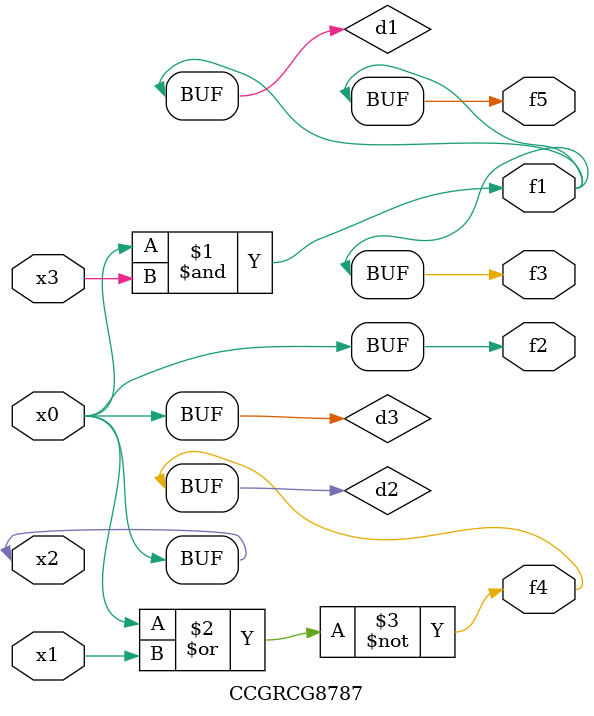
<source format=v>
module CCGRCG8787(
	input x0, x1, x2, x3,
	output f1, f2, f3, f4, f5
);

	wire d1, d2, d3;

	and (d1, x2, x3);
	nor (d2, x0, x1);
	buf (d3, x0, x2);
	assign f1 = d1;
	assign f2 = d3;
	assign f3 = d1;
	assign f4 = d2;
	assign f5 = d1;
endmodule

</source>
